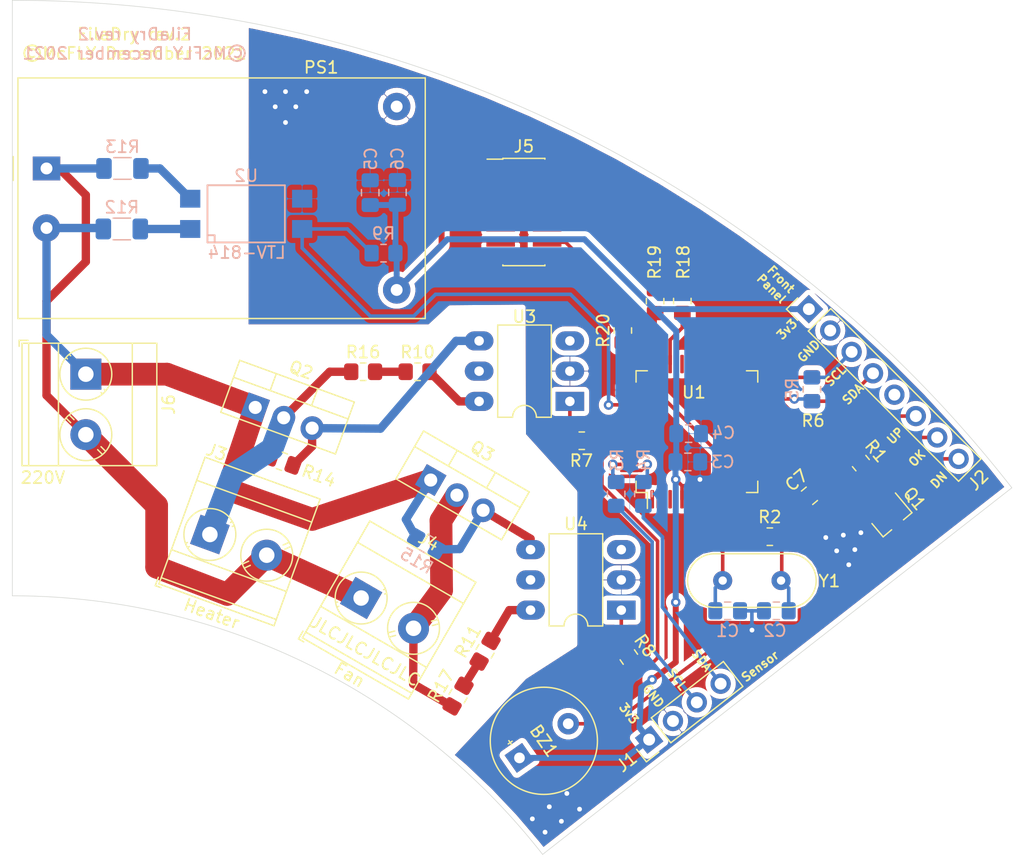
<source format=kicad_pcb>
(kicad_pcb (version 20221018) (generator pcbnew)

  (general
    (thickness 1.6)
  )

  (paper "A4")
  (layers
    (0 "F.Cu" signal)
    (31 "B.Cu" signal)
    (32 "B.Adhes" user "B.Adhesive")
    (33 "F.Adhes" user "F.Adhesive")
    (34 "B.Paste" user)
    (35 "F.Paste" user)
    (36 "B.SilkS" user "B.Silkscreen")
    (37 "F.SilkS" user "F.Silkscreen")
    (38 "B.Mask" user)
    (39 "F.Mask" user)
    (40 "Dwgs.User" user "User.Drawings")
    (41 "Cmts.User" user "User.Comments")
    (42 "Eco1.User" user "User.Eco1")
    (43 "Eco2.User" user "User.Eco2")
    (44 "Edge.Cuts" user)
    (45 "Margin" user)
    (46 "B.CrtYd" user "B.Courtyard")
    (47 "F.CrtYd" user "F.Courtyard")
    (48 "B.Fab" user)
    (49 "F.Fab" user)
  )

  (setup
    (pad_to_mask_clearance 0)
    (pcbplotparams
      (layerselection 0x00010fc_ffffffff)
      (plot_on_all_layers_selection 0x0000000_00000000)
      (disableapertmacros false)
      (usegerberextensions false)
      (usegerberattributes true)
      (usegerberadvancedattributes true)
      (creategerberjobfile true)
      (dashed_line_dash_ratio 12.000000)
      (dashed_line_gap_ratio 3.000000)
      (svgprecision 6)
      (plotframeref false)
      (viasonmask false)
      (mode 1)
      (useauxorigin false)
      (hpglpennumber 1)
      (hpglpenspeed 20)
      (hpglpendiameter 15.000000)
      (dxfpolygonmode true)
      (dxfimperialunits true)
      (dxfusepcbnewfont true)
      (psnegative false)
      (psa4output false)
      (plotreference true)
      (plotvalue true)
      (plotinvisibletext false)
      (sketchpadsonfab false)
      (subtractmaskfromsilk false)
      (outputformat 1)
      (mirror false)
      (drillshape 0)
      (scaleselection 1)
      (outputdirectory "gerber/")
    )
  )

  (net 0 "")
  (net 1 "Net-(BZ1-Pad2)")
  (net 2 "+3V3")
  (net 3 "GND")
  (net 4 "Net-(C1-Pad1)")
  (net 5 "Net-(C2-Pad1)")
  (net 6 "NRST")
  (net 7 "Net-(J1-Pad4)")
  (net 8 "Net-(J1-Pad3)")
  (net 9 "KEY_DN")
  (net 10 "KEY_OK")
  (net 11 "KEY_UP")
  (net 12 "Net-(J2-Pad5)")
  (net 13 "Net-(J2-Pad4)")
  (net 14 "Net-(J2-Pad3)")
  (net 15 "AC_L")
  (net 16 "Net-(J3-Pad1)")
  (net 17 "Net-(J5-Pad14)")
  (net 18 "Net-(J5-Pad13)")
  (net 19 "Net-(J5-Pad12)")
  (net 20 "Net-(J5-Pad10)")
  (net 21 "Net-(J5-Pad9)")
  (net 22 "Net-(J5-Pad8)")
  (net 23 "Net-(J5-Pad6)")
  (net 24 "Net-(J5-Pad4)")
  (net 25 "Net-(J5-Pad2)")
  (net 26 "Net-(J5-Pad1)")
  (net 27 "AC_N")
  (net 28 "Net-(Q1-Pad1)")
  (net 29 "Net-(Q2-Pad3)")
  (net 30 "Net-(Q3-Pad3)")
  (net 31 "Buzzer")
  (net 32 "Net-(R2-Pad1)")
  (net 33 "BME_SCL")
  (net 34 "BME_SDA")
  (net 35 "OLED_SCL")
  (net 36 "OLED_SDA")
  (net 37 "Gate_Heater")
  (net 38 "Net-(R7-Pad1)")
  (net 39 "Gate_Fan")
  (net 40 "Net-(R8-Pad1)")
  (net 41 "ZeroCross")
  (net 42 "Net-(R10-Pad2)")
  (net 43 "Net-(R10-Pad1)")
  (net 44 "Net-(R11-Pad2)")
  (net 45 "Net-(R11-Pad1)")
  (net 46 "Net-(R12-Pad1)")
  (net 47 "Net-(R13-Pad1)")
  (net 48 "SWDIO")
  (net 49 "SWCLK")
  (net 50 "Net-(U1-Pad64)")
  (net 51 "Net-(U1-Pad61)")
  (net 52 "Net-(U1-Pad60)")
  (net 53 "Net-(U1-Pad57)")
  (net 54 "Net-(U1-Pad56)")
  (net 55 "Net-(U1-Pad55)")
  (net 56 "Net-(U1-Pad54)")
  (net 57 "Net-(U1-Pad53)")
  (net 58 "Net-(U1-Pad51)")
  (net 59 "Net-(U1-Pad50)")
  (net 60 "Net-(U1-Pad49)")
  (net 61 "Net-(U1-Pad48)")
  (net 62 "Net-(U1-Pad47)")
  (net 63 "Net-(U1-Pad44)")
  (net 64 "Net-(U1-Pad43)")
  (net 65 "Net-(U1-Pad42)")
  (net 66 "Net-(U1-Pad41)")
  (net 67 "Net-(U1-Pad40)")
  (net 68 "Net-(U1-Pad39)")
  (net 69 "Net-(U1-Pad38)")
  (net 70 "Net-(U1-Pad37)")
  (net 71 "Net-(U1-Pad36)")
  (net 72 "Net-(U1-Pad35)")
  (net 73 "Net-(U1-Pad34)")
  (net 74 "Net-(U1-Pad33)")
  (net 75 "Net-(U1-Pad32)")
  (net 76 "Net-(U1-Pad26)")
  (net 77 "Net-(U1-Pad25)")
  (net 78 "Net-(U1-Pad23)")
  (net 79 "Net-(U1-Pad22)")
  (net 80 "Net-(U1-Pad21)")
  (net 81 "Net-(U1-Pad20)")
  (net 82 "Net-(U1-Pad19)")
  (net 83 "Net-(U1-Pad18)")
  (net 84 "Net-(U1-Pad17)")
  (net 85 "Net-(U1-Pad16)")
  (net 86 "Net-(U1-Pad15)")
  (net 87 "Net-(U1-Pad14)")
  (net 88 "Net-(U1-Pad13)")
  (net 89 "Net-(U1-Pad5)")
  (net 90 "Net-(U1-Pad4)")
  (net 91 "Net-(U1-Pad3)")
  (net 92 "Net-(U1-Pad2)")
  (net 93 "Net-(U1-Pad1)")
  (net 94 "Net-(U3-Pad3)")
  (net 95 "Net-(U3-Pad5)")
  (net 96 "Net-(U4-Pad3)")
  (net 97 "Net-(U4-Pad5)")
  (net 98 "Net-(J4-Pad2)")

  (footprint "Connector_PinHeader_2.54mm:PinHeader_1x04_P2.54mm_Vertical" (layer "F.Cu") (at 73.5076 80.5688 128))

  (footprint "Connector_PinHeader_2.54mm:PinHeader_1x08_P2.54mm_Vertical" (layer "F.Cu") (at 86.9188 44.4246 45))

  (footprint "Connector_PinHeader_1.27mm:PinHeader_2x07_P1.27mm_Vertical_SMD" (layer "F.Cu") (at 62.992 36.2712))

  (footprint "Package_TO_SOT_THT:TO-220-3_Vertical" (layer "F.Cu") (at 55.1688 58.7756 -30))

  (footprint "Resistor_SMD:R_0805_2012Metric_Pad1.20x1.40mm_HandSolder" (layer "F.Cu") (at 71.8058 73.6346 -55))

  (footprint "Resistor_SMD:R_0805_2012Metric_Pad1.20x1.40mm_HandSolder" (layer "F.Cu") (at 54.0672 49.6824))

  (footprint "Resistor_SMD:R_0805_2012Metric_Pad1.20x1.40mm_HandSolder" (layer "F.Cu") (at 59.732801 73.149575 60))

  (footprint "Resistor_SMD:R_0805_2012Metric_Pad1.20x1.40mm_HandSolder" (layer "F.Cu") (at 42.672 57.2008 -20))

  (footprint "Resistor_SMD:R_0805_2012Metric_Pad1.20x1.40mm_HandSolder" (layer "F.Cu") (at 49.4952 49.6824))

  (footprint "Resistor_SMD:R_0805_2012Metric_Pad1.20x1.40mm_HandSolder" (layer "F.Cu") (at 57.462799 76.913625 60))

  (footprint "Resistor_SMD:R_0805_2012Metric_Pad1.20x1.40mm_HandSolder" (layer "F.Cu") (at 74.009946 43.755319 90))

  (footprint "Resistor_SMD:R_0805_2012Metric_Pad1.20x1.40mm_HandSolder" (layer "F.Cu") (at 71.2978 46.2186 90))

  (footprint "Package_QFP:LQFP-64_10x10mm_P0.5mm" (layer "F.Cu") (at 77.5208 54.7116 90))

  (footprint "Package_DIP:DIP-6_W7.62mm_LongPads" (layer "F.Cu") (at 71.1708 69.6976 180))

  (footprint "TerminalBlock_Phoenix:TerminalBlock_Phoenix_MKDS-3-2-5.08_1x02_P5.08mm_Horizontal" (layer "F.Cu") (at 26.2128 49.8856 -90))

  (footprint "TerminalBlock_Phoenix:TerminalBlock_Phoenix_MKDS-3-2-5.08_1x02_P5.08mm_Horizontal" (layer "F.Cu") (at 36.6268 63.3476 -20))

  (footprint "TerminalBlock_Phoenix:TerminalBlock_Phoenix_MKDS-3-2-5.08_1x02_P5.08mm_Horizontal" (layer "F.Cu") (at 49.3268 68.6816 -30))

  (footprint "Converter_ACDC:Converter_ACDC_HiLink_HLK-PMxx" (layer "F.Cu") (at 22.9108 32.6136))

  (footprint "Package_DIP:DIP-6_W7.62mm_LongPads" (layer "F.Cu") (at 66.8528 52.1716 180))

  (footprint "MountingHole:MountingHole_3.2mm_M3" (layer "F.Cu") (at 25.7048 63.0936))

  (footprint "Package_TO_SOT_THT:TO-220-3_Vertical" (layer "F.Cu") (at 40.4368 52.6796 -20))

  (footprint "Resistor_SMD:R_0805_2012Metric_Pad1.20x1.40mm_HandSolder" (layer "F.Cu") (at 67.852799 55.473601))

  (footprint "Package_TO_SOT_SMD:SOT-23_Handsoldering" (layer "F.Cu") (at 93.8784 61.9506 -50))

  (footprint "Resistor_SMD:R_0805_2012Metric_Pad1.20x1.40mm_HandSolder" (layer "F.Cu") (at 91.2876 57.3532 130))

  (footprint "my_additions:Buzzer_D9_H5.5" (layer "F.Cu") (at 64.6684 80.6704 35))

  (footprint "Capacitor_SMD:C_0805_2012Metric_Pad1.18x1.45mm_HandSolder" (layer "F.Cu") (at 86.9696 60.0964 40))

  (footprint "Resistor_SMD:R_0805_2012Metric_Pad1.20x1.40mm_HandSolder" (layer "F.Cu") (at 83.642646 63.531674))

  (footprint "my_additions:OSC-TH_L10.0-W4.5-P5.00" (layer "F.Cu") (at 82.134646 67.214675))

  (footprint "Resistor_SMD:R_0805_2012Metric_Pad1.20x1.40mm_HandSolder" (layer "F.Cu") (at 76.295947 43.74584 90))

  (footprint "Resistor_SMD:R_0805_2012Metric_Pad1.20x1.40mm_HandSolder" (layer "F.Cu") (at 87.1728 51.1556 90))

  (footprint "Capacitor_SMD:C_0805_2012Metric_Pad1.18x1.45mm_HandSolder" (layer "B.Cu") (at 76.7588 57.2516))

  (footprint "Capacitor_SMD:C_0805_2012Metric_Pad1.18x1.45mm_HandSolder" (layer "B.Cu") (at 76.8233 54.8776))

  (footprint "Resistor_SMD:R_0805_2012Metric_Pad1.20x1.40mm_HandSolder" (layer "B.Cu") (at 51.2064 39.7256 180))

  (footprint "Resistor_SMD:R_0805_2012Metric_Pad1.20x1.40mm_HandSolder" (layer "B.Cu") (at 54.810774 64.1176 -30))

  (footprint "my_additions:OPTO-SMD4" (layer "B.Cu") (at 39.6748 36.4236 90))

  (footprint "Resistor_SMD:R_1206_3216Metric_Pad1.30x1.75mm_HandSolder" (layer "B.Cu") (at 29.2868 32.6136 180))

  (footprint "Resistor_SMD:R_1206_3216Metric_Pad1.30x1.75mm_HandSolder" (layer "B.Cu") (at 29.2348 37.6936 180))

  (footprint "Capacitor_SMD:C_0805_2012Metric_Pad1.18x1.45mm_HandSolder" (layer "B.Cu") (at 52.374798 34.624098 90))

  (footprint "Capacitor_SMD:C_0805_2012Metric_Pad1.18x1.45mm_HandSolder" (layer "B.Cu") (at 50.0888 34.6456 90))

  (footprint "Resistor_SMD:R_0805_2012Metric_Pad1.20x1.40mm_HandSolder" (layer "B.Cu") (at 73.024193 59.939502 90))

  (footprint "Resistor_SMD:R_0805_2012Metric_Pad1.20x1.40mm_HandSolder" (layer "B.Cu") (at 87.1728 51.1556 -90))

  (footprint "Capacitor_SMD:C_0805_2012Metric_Pad1.18x1.45mm_HandSolder" (layer "B.Cu") (at 80.102647 69.754676))

  (footprint "Capacitor_SMD:C_0805_2012Metric_Pad1.18x1.45mm_HandSolder" (layer "B.Cu") (at 84.188152 69.754673 180))

  (footprint "Resistor_SMD:R_0805_2012Metric_Pad1.20x1.40mm_HandSolder" (layer "B.Cu") (at 70.738187 59.9395 90))

  (gr_line (start 20.0408 68.4936) (end 20.0408 18.4936)
    (stroke (width 0.05) (type solid)) (layer "Edge.Cuts") (tstamp 00000000-0000-0000-0000-000061c5575c))
  (gr_arc (start 20.0408 68.4936) (mid 44.80877 74.211737) (end 64.563408 90.208727)
    (stroke (width 0.05) (type solid)) (layer "Edge.Cuts") (tstamp 00000000-0000-0000-0000-000061c7043f))
  (gr_line (start 64.563408 90.208727) (end 103.963945 59.425653)
    (stroke (width 0.05) (type solid)) (layer "Edge.Cuts") (tstamp 00000000-0000-0000-0000-000061c70447))
  (gr_arc (start 20.0408 18.4936) (mid 66.727327 29.272034) (end 103.963945 59.425653)
    (stroke (width 0.05) (type solid)) (layer "Edge.Cuts") (tstamp ea4de6c1-db88-4a1b-a1ba-6b1488d94327))
  (gr_text "FilaDry rev.2\n©McFLY December 2021" (at 30.327601 22.148802) (layer "B.SilkS") (tstamp 00000000-0000-0000-0000-000061c7e175)
    (effects (font (size 1 1) (thickness 0.15)) (justify mirror))
  )
  (gr_text "3v3" (at 72.4408 79.1972 -52) (layer "F.SilkS") (tstamp 00000000-0000-0000-0000-000061c7e254)
    (effects (font (size 0.7 0.7) (thickness 0.15)) (justify right))
  )
  (gr_text "SDA" (at 78.5876 74.7776 -52) (layer "F.SilkS") (tstamp 00000000-0000-0000-0000-000061c7e2bd)
    (effects (font (size 0.7 0.7) (thickness 0.15)) (justify right))
  )
  (gr_text "Front\nPanel" (at 84.1756 42.3164 -45) (layer "F.SilkS") (tstamp 00000000-0000-0000-0000-000061c7e3bc)
    (effects (font (size 0.7 0.7) (thickness 0.15)))
  )
  (gr_text "Fan" (at 48.3616 75.1332 -30) (layer "F.SilkS") (tstamp 2246264e-ee17-4150-aa6d-9dc188a4a011)
    (effects (font (size 1 1) (thickness 0.15)))
  )
  (gr_text "UP" (at 94.1832 55.0672 45) (layer "F.SilkS") (tstamp 30ef8cda-504c-4613-a9a6-1065b1f517d5)
    (effects (font (size 0.7 0.7) (thickness 0.15)))
  )
  (gr_text "GND" (at 86.9188 47.9552 45) (layer "F.SilkS") (tstamp 3f116536-f396-48b4-85a9-4f2b145bfea1)
    (effects (font (size 0.7 0.7) (thickness 0.15)))
  )
  (gr_text "Heater" (at 36.7792 70.0024 -20) (layer "F.SilkS") (tstamp 58a8552b-5978-428d-89c5-13b7d614b1ab)
    (effects (font (size 1 1) (thickness 0.15)))
  )
  (gr_text "SCL" (at 89.154 50.038 45) (layer "F.SilkS") (tstamp 6fda5aeb-22f7-4593-9aec-7669383ad180)
    (effects (font (size 0.7 0.7) (thickness 0.15)))
  )
  (gr_text "DN" (at 97.8408 58.7756 45) (layer "F.SilkS") (tstamp 71359172-5d23-4bd1-9d7d-e1031c847ddd)
    (effects (font (size 0.7 0.7) (thickness 0.15)))
  )
  (gr_text "GND" (at 74.5744 77.8256 -52) (layer "F.SilkS") (tstamp 9c77b188-80ff-4e02-96fd-7d6627693913)
    (effects (font (size 0.7 0.7) (thickness 0.15)) (justify right))
  )
  (gr_text "3v3" (at 85.09 46.1264 45) (layer "F.SilkS") (tstamp 9f2d55fe-c99f-46f3-9e50-0cf9557df781)
    (effects (font (size 0.7 0.7) (thickness 0.15)))
  )
  (gr_text "220V" (at 22.606 58.5724) (layer "F.SilkS") (tstamp a614bc5e-b53c-4d74-b6c7-956fddd2a1aa)
    (effects (font (size 1 1) (thickness 0.15)))
  )
  (gr_text "OK" (at 96.012 56.9468 45) (layer "F.SilkS") (tstamp ad3f96a4-6d52-4496-afa9-952387a7c872)
    (effects (font (size 0.7 0.7) (thickness 0.15)))
  )
  (gr_text "FilaDry rev.2\n©McFLY December 2021" (at 30.2768 22.1488) (layer "F.SilkS") (tstamp c16b4ff6-e72e-4506-81a7-99ef9a25be8b)
    (effects (font (size 1 1) (thickness 0.15)))
  )
  (gr_text "Sensor" (at 81.3308 75.5396 37) (layer "F.SilkS") (tstamp cf8a26f6-b86c-4ac9-a7d9-d27ec5685fd7)
    (effects (font (size 0.7 0.7) (thickness 0.15)) (justify left))
  )
  (gr_text "SDA" (at 90.6272 51.562 45) (layer "F.SilkS") (tstamp eb5c8811-2f1f-4f66-b65b-1407f8c32e16)
    (effects (font (size 0.7 0.7) (thickness 0.15)))
  )
  (gr_text "JLCJLCJLCJLC" (at 49.6824 73.152 -30) (layer "F.SilkS") (tstamp ee7d39bc-2ff6-4033-93f9-55dd929693cf)
    (effects (font (size 1 1) (thickness 0.15)))
  )
  (gr_text "SCL" (at 76.5048 76.3524 -52) (layer "F.SilkS") (tstamp f65ce643-36b6-45bc-bb9d-6c31cc663f65)
    (effects (font (size 0.7 0.7) (thickness 0.15)) (justify right))
  )

  (segment (start 78.6892 73.0504) (end 84.582 73.0504) (width 0.3) (layer "F.Cu") (net 1) (tstamp 131fccc5-1ad1-4372-9122-8a72f831c6d2))
  (segment (start 70.420341 79.236459) (end 78.6892 73.0504) (width 0.3) (layer "F.Cu") (net 1) (tstamp 75b64433-3fc4-49e6-a7fd-6a03049c90f6))
  (segment (start 66.71628 79.236459) (end 70.420341 79.236459) (width 0.3) (layer "F.Cu") (net 1) (tstamp a2c90184-23fd-4ed2-abda-d1a738efc249))
  (segment (start 84.582 73.0504) (end 94.6912 65.2272) (width 0.3) (layer "F.Cu") (net 1) (tstamp b46e5b01-34a5-491a-b207-97bf706031d4))
  (segment (start 94.6912 65.2272) (end 94.746163 62.98476) (width 0.3) (layer "F.Cu") (net 1) (tstamp c92aaa9b-6b18-43cb-90e5-4602f9cc7b27))
  (segment (start 77.2708 59.3384) (end 77.2708 60.3866) (width 0.3) (layer "F.Cu") (net 2) (tstamp 07adc88e-8b8d-4679-a3ce-b67bc24cb7c9))
  (segment (start 56.0832 39.0412) (end 52.3108 42.8136) (width 0.5) (layer "F.Cu") (net 2) (tstamp 17885558-9bda-407e-9adf-c6f13502be7d))
  (segment (start 75.7428 74.0664) (end 73.7616 75.5396) (width 0.5) (layer "F.Cu") (net 2) (tstamp 1db18bd8-2016-46b0-943b-e033359de9d3))
  (segment (start 57.4548 33.7312) (end 56.0832 35.1028) (width 0.5) (layer "F.Cu") (net 2) (tstamp 2aebdc0b-f8ab-4f37-822e-4e4169f30cfc))
  (segment (start 75.7428 69.0372) (end 75.7428 74.0664) (width 0.5) (layer "F.Cu") (net 2) (tstamp 43a86dd1-bfbd-4794-879f-e223b2d3eaa3))
  (segment (start 76.7708 59.2956) (end 76.728 59.2528) (width 0.3) (layer "F.Cu") (net 2) (tstamp 4838ad44-8b4e-4fc4-bd2a-c355b45be0d5))
  (segment (start 76.2708 60.3866) (end 76.2708 59.2528) (width 0.3) (layer "F.Cu") (net 2) (tstamp 497c918f-cda9-4bb2-91a5-793bc78d0e23))
  (segment (start 76.7708 60.3866) (end 76.7708 59.2956) (width 0.3) (layer "F.Cu") (net 2) (tstamp 70e5b024-fc8e-4e9c-b683-1c4313dc7937))
  (segment (start 76.2708 59.2528) (end 76.728 59.2528) (width 0.3) (layer "F.Cu") (net 2) (tstamp 797c22a4-6c78-499d-83cc-9ce0cc18b8a2))
  (segment (start 56.0832 35.1028) (end 56.0832 39.0412) (width 0.5) (layer "F.Cu") (net 2) (tstamp 7a0c9e16-901b-4fe8-ae70-97e22d0233a6))
  (segment (start 77.1852 59.2528) (end 77.2708 59.3384) (width 0.3) (layer "F.Cu") (net 2) (tstamp c69df135-a075-40f9-bd80-a50ac8e1f091))
  (segment (start 76.728 59.2528) (end 77.1852 59.2528) (width 0.3) (layer "F.Cu") (net 2) (tstamp d202f76e-ed71-4b1f-9016-059d22d4a415))
  (segment (start 61.042 33.7312) (end 57.4548 33.7312) (width 0.5) (layer "F.Cu") (net 2) (tstamp d56e172f-1b39-45b7-95f5-f504f784eeed))
  (segment (start 76.2708 59.2528) (end 75.7428 58.7248) (width 0.3) (layer "F.Cu") (net 2) (tstamp e7898c0c-1768-43d1-8b9b-e0e9a00b6644))
  (via (at 75.7428 58.7248) (size 0.8) (drill 0.4) (layers "F.Cu" "B.Cu") (net 2) (tstamp 475a2457-00fa-40b7-b4cc-985d7351c489))
  (via (at 73.7616 75.5396) (size 0.8) (drill 0.4) (layers "F.Cu" "B.Cu") (net 2) (tstamp 501c95d9-7719-4458-bf13-1ab0fbce562a))
  (via (at 75.7428 69.0372) (size 0.8) (drill 0.4) (layers "F.Cu" "B.Cu") (net 2) (tstamp 8f9fa535-a14a-4444-abdb-ffe9b1d7eeb7))
  (segment (start 75.7213 58.7033) (end 75.7428 58.7248) (width 0.5) (layer "B.Cu") (net 2) (tstamp 062dfb64-35f8-46bd-8ad6-929d49f37d46))
  (segment (start 73.7616 75.5396) (end 72.8472 76.2) (width 0.5) (layer "B.Cu") (net 2) (tstamp 2607bcd6-56bf-4865-a690-5b2375bd3c58))
  (segment (start 75.7858 54.8776) (end 75.7858 57.1871) (width 0.5) (layer "B.Cu") (net 2) (tstamp 3b48487f-0e88-410c-9556-7ff1df5a6f94))
  (segment (start 72.6948 79.5528) (end 73.5076 80.5688) (width 0.5) (layer "B.Cu") (net 2) (tstamp 472c48bf-c0dd-4fc3-8b51-0cc8b7537099))
  (segment (start 75.7858 57.1871) (end 75.7213 57.2516) (width 0.5) (layer "B.Cu") (net 2) (tstamp 475e2beb-49e0-4ca5-8f79-be41905689c9))
  (segment (start 56.5672 38.5572) (end 68.072 38.5572) (width 0.5) (layer "B.Cu") (net 2) (tstamp 4dd8fb33-ce32-4906-86d5-09bfc866c850))
  (segment (start 75.7428 58.7248) (end 75.7428 69.0372) (width 0.5) (layer "B.Cu") (net 2) (tstamp 5ecda5ab-5900-4a03-927f-8b3a97f417eb))
  (segment (start 74.2442 44.4246) (end 74.0918 44.577) (width 0.5) (layer "B.Cu") (net 2) (tstamp 70361d18-796d-481b-9145-1c6264e5e709))
  (segment (start 52.3108 39.83) (end 52.2064 39.7256) (width 0.5) (layer "B.Cu") (net 2) (tstamp 748d43d0-d8e9-46f9-97d7-b56603e29528))
  (segment (start 50.0888 35.6831) (end 52.353296 35.6831) (width 0.5) (layer "B.Cu") (net 2) (tstamp 7bbfe6ee-1a2d-48bd-8488-238ee3c9d448))
  (segment (start 72.8472 76.2) (end 72.6948 79.5528) (width 0.5) (layer "B.Cu") (net 2) (tstamp 86327b94-9d7e-4f56-a8ad-349c8f077c08))
  (segment (start 68.072 38.5572) (end 74.0918 44.577) (width 0.5) (layer "B.Cu") (net 2) (tstamp 8925f3bf-e679-451e-8bda-046c3d3df7aa))
  (segment (start 71.5264 82.0928) (end 73.5076 80.5688) (width 0.5) (layer "B.Cu") (net 2) (tstamp 8afd33ba-1b90-4caf-bf73-8472d865c2ff))
  (segment (start 52.2548 42.7576) (end 52.3108 42.8136) (width 0.5) (layer "B.Cu") (net 2) (tstamp 93384c6a-87d5-4989-87f2-552226afd020))
  (segment (start 75.7213 57.2516) (end 75.7213 58.7033) (width 0.5) (layer "B.Cu") (net 2) (tstamp a8efe243-e453-4d5c-ad0b-abb99353f98e))
  (segment (start 62.62052 82.104341) (end 71.5264 82.0928) (width 0.5) (layer "B.Cu") (net 2) (tstamp b27336d5-afff-41b1-b354-2ef23035ef92))
  (segment (start 74.0918 44.577) (end 75.7858 46.271) (width 0.5) (layer "B.Cu") (net 2) (tstamp b907f31e-a584-4937-a01c-56bc9be97502))
  (segment (start 75.7213 54.9421) (end 75.7858 54.8776) (width 0.3) (layer "B.Cu") (net 2) (tstamp c5ead35e-3f8d-431d-b63d-af004177308c))
  (segment (start 86.9188 44.4246) (end 74.2442 44.4246) (width 0.5) (layer "B.Cu") (net 2) (tstamp c7e8b895-bf97-4212-834d-a9326a35ce53))
  (segment (start 52.2064 35.829996) (end 52.374798 35.661598) (width 0.5) (layer "B.Cu") (net 2) (tstamp c85a6644-e51b-4163-8633-d9f3c4a757e3))
  (segment (start 52.353296 35.6831) (end 52.374798 35.661598) (width 0.5) (layer "B.Cu") (net 2) (tstamp cfe032d1-1ce3-41d0-9e39-c5c55ca3c920))
  (segment (start 52.3108 42.8136) (end 56.5672 38.5572) (width 0.5) (layer "B.Cu") (net 2) (tstamp d08127ee-e177-49ce-9fdb-224fc8d76c8c))
  (segment (start 52.2064 39.7256) (end 52.2064 35.829996) (width 0.5) (layer "B.Cu") (net 2) (tstamp d8965a35-ff5c-4270-854f-dae630c29c1f))
  (segment (start 75.7858 46.271) (end 75.7858 54.8776) (width 0.5) (layer "B.Cu") (net 2) (tstamp df7d0738-f394-4d61-b981-97f725a61b0e))
  (segment (start 52.3108 42.8136) (end 52.3108 39.83) (width 0.5) (layer "B.Cu") (net 2) (tstamp e111ab07-5f86-4c0f-95f4-5be046a734a8))
  (segment (start 75.7428 57.2731) (end 75.7213 57.2516) (width 0.3) (layer "B.Cu") (net 2) (tstamp e3f33689-13fd-48d5-906a-db320a3d4d7c))
  (segment (start 77.7708 60.3866) (end 77.7708 58.7288) (width 0.3) (layer "F.Cu") (net 3) (tstamp c04c42f0-92b8-4398-99e2-740c081633d0))
  (segment (start 77.7708 58.7288) (end 77.7748 58.7248) (width 0.3) (layer "F.Cu") (net 3) (tstamp e10bdb98-d88f-4437-97b9-4445b4ad5eb4))
  (via (at 42.9768 26.162) (size 0.8) (drill 0.4) (layers "F.Cu" "B.Cu") (net 3) (tstamp 00000000-0000-0000-0000-000061c7df6f))
  (via (at 44.7548 26.162) (size 0.8) (drill 0.4) (layers "F.Cu" "B.Cu") (net 3) (tstamp 097cc304-c90f-4bd0-ba97-9d0e170bec87))
  (via (at 88.3412 63.6016) (size 0.8) (drill 0.4) (layers "F.Cu" "B.Cu") (net 3) (tstamp 5cb4ffc7-c8b0-4cbc-b99c-57b382e08d4f))
  (via (at 82.1436 71.374) (size 0.8) (drill 0.4) (layers "F.Cu" "B.Cu") (net 3) (tstamp 65fb6236-b32e-4d79-b380-cea79e2697ec))
  (via (at 90.2716 65.8876) (size 0.8) (drill 0.4) (layers "F.Cu" "B.Cu") (net 3) (tstamp 6c140fce-ab5b-4727-91b9-96b35fcd2c91))
  (via (at 43.8404 27.432) (size 0.8) (drill 0.4) (layers "F.Cu" "B.Cu") (net 3) (tstamp 74dfc23e-d348-4101-972b-7f8d636e6f6e))
  (via (at 65.1256 86.2076) (size 0.8) (drill 0.4) (layers "F.Cu" "B.Cu") (net 3) (tstamp 7b874381-83c1-4bd4-8984-448222f8a5db))
  (via (at 89.2556 64.7192) (size 0.8) (drill 0.4) (layers "F.Cu" "B.Cu") (net 3) (tstamp 7d4360da-9602-4a76-9af4-833dddbc5494))
  (via (at 42.1132 27.432) (size 0.8) (drill 0.4) (layers "F.Cu" "B.Cu") (net 3) (tstamp 92ba7ec4-778a-4aba-a7fa-68c185cbbca3))
  (via (at 63.7032 87.2236) (size 0.8) (drill 0.4) (layers "F.Cu" "B.Cu") (net 3) (tstamp 96e07445-6e5d-4359-8726-0e458b209fe6))
  (via (at 64.77 88.3412) (size 0.8) (drill 0.4) (layers "F.Cu" "B.Cu") (net 3) (tstamp aae635cd-d1dd-45c7-9a37-b301ba3c341b))
  (via (at 90.7796 64.6176) (size 0.8) (drill 0.4) (layers "F.Cu" "B.Cu") (net 3) (tstamp b00580cb-dd7d-4ab4-95f3-f4bacb77b351))
  (via (at 42.9768 28.7528) (size 0.8) (drill 0.4) (layers "F.Cu" "B.Cu") (net 3) (tstamp b006df29-7c9d-4d75-acbe-ea7e037b55ef))
  (via (at 91.2876 63.1952) (size 0.8) (drill 0.4) (layers "F.Cu" "B.Cu") (ne
... [179229 chars truncated]
</source>
